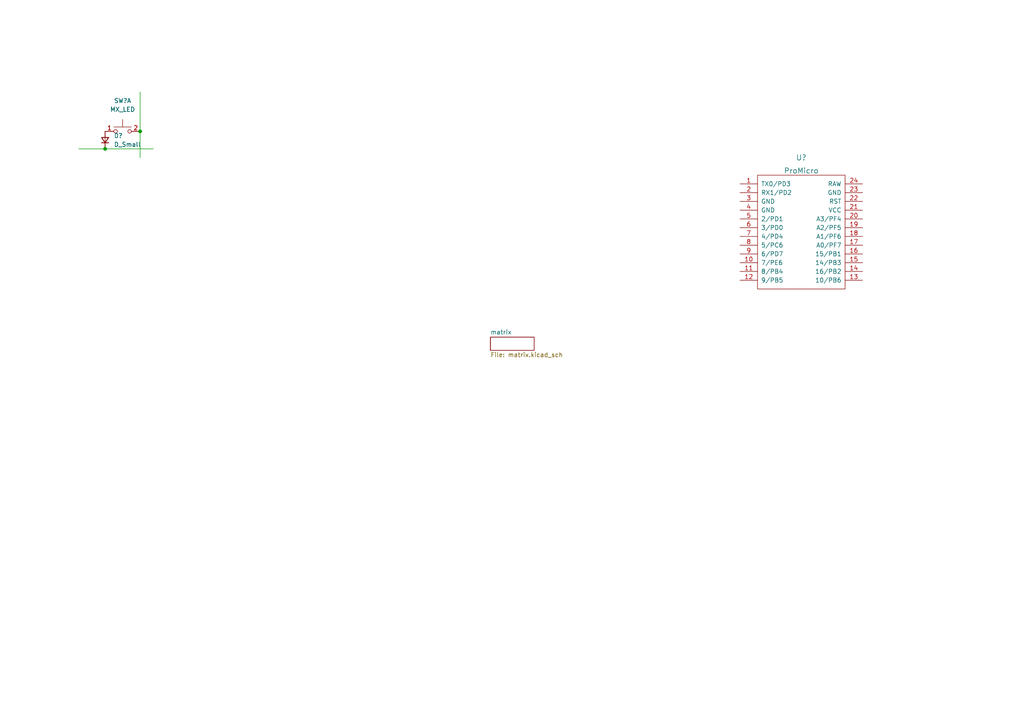
<source format=kicad_sch>
(kicad_sch (version 20211123) (generator eeschema)
  (paper "A4")
  (lib_symbols
    (symbol "Device:D_Small" (pin_numbers hide) (pin_names (offset 0.254) hide)
      (property "Reference" "D" (at -1.27 2.032 0))
      (property "Value" "D_Small" (at -3.81 -2.032 0))
      (symbol "D_Small_0_1"
        (polyline (pts (xy -0.762 -1.016) (xy -0.762 1.016)) (stroke (width 0.254)))
        (polyline (pts (xy -0.762 0) (xy 0.762 0)))
        (polyline (pts (xy 0.762 -1.016) (xy -0.762 0) (xy 0.762 1.016) (xy 0.762 -1.016)) (stroke (width 0.254)))
      )
      (symbol "D_Small_1_1"
        (pin passive line (at -2.54 0 0) (length 1.778) (name "K") (number "1"))
        (pin passive line (at 2.54 0 180) (length 1.778) (name "A") (number "2"))
      )
    )
    (symbol "keebio:MX_LED" (pin_names (offset 1.016) hide)
      (property "Reference" "SW" (at 1.651 2.413 0))
      (property "Value" "MX_LED" (at 0 -3.81 0))
      (symbol "MX_LED_1_1"
        (circle (center -2.032 0) (radius 0.508))
        (polyline (pts (xy -2.54 1.27) (xy 2.54 1.27)))
        (polyline (pts (xy 0 1.27) (xy 0 3.429)))
        (circle (center 2.032 0) (radius 0.508))
        (pin passive line (at -5.08 0 0) (length 2.54) (name "1") (number "1"))
        (pin passive line (at 5.08 0 180) (length 2.54) (name "2") (number "2"))
      )
      (symbol "MX_LED_2_1"
        (polyline (pts (xy 1.27 -1.27) (xy 1.27 1.27)) (stroke (width 0.2032)))
        (polyline (pts (xy 1.27 0) (xy -1.27 0)))
        (polyline (pts (xy -1.27 -1.27) (xy -1.27 1.27) (xy 1.27 0) (xy -1.27 -1.27)) (stroke (width 0.2032)))
        (polyline (pts (xy 1.778 -0.762) (xy 3.302 -2.286) (xy 2.54 -2.286) (xy 3.302 -2.286) (xy 3.302 -1.524)))
        (polyline (pts (xy 3.048 -0.762) (xy 4.572 -2.286) (xy 3.81 -2.286) (xy 4.572 -2.286) (xy 4.572 -1.524)))
        (pin passive line (at -3.81 0 0) (length 2.54) (name "3") (number "3"))
        (pin passive line (at 3.81 0 180) (length 2.54) (name "4") (number "4"))
      )
    )
    (symbol "keebio:ProMicro" (pin_names (offset 1.016))
      (property "Reference" "U" (at 0 0 0))
      (property "Value" "ProMicro" (at 0 -19.05 0))
      (symbol "ProMicro_0_1"
        (rectangle (start -12.7 -16.51) (end 12.7 16.51))
      )
      (symbol "ProMicro_1_1"
        (pin input line (at -17.78 13.97 0) (length 5.08) (name "TX0/PD3") (number "1"))
        (pin input line (at -17.78 -8.89 0) (length 5.08) (name "7/PE6") (number "10"))
        (pin input line (at -17.78 -11.43 0) (length 5.08) (name "8/PB4") (number "11"))
        (pin input line (at -17.78 -13.97 0) (length 5.08) (name "9/PB5") (number "12"))
        (pin input line (at 17.78 -13.97 180) (length 5.08) (name "10/PB6") (number "13"))
        (pin input line (at 17.78 -11.43 180) (length 5.08) (name "16/PB2") (number "14"))
        (pin input line (at 17.78 -8.89 180) (length 5.08) (name "14/PB3") (number "15"))
        (pin input line (at 17.78 -6.35 180) (length 5.08) (name "15/PB1") (number "16"))
        (pin input line (at 17.78 -3.81 180) (length 5.08) (name "A0/PF7") (number "17"))
        (pin input line (at 17.78 -1.27 180) (length 5.08) (name "A1/PF6") (number "18"))
        (pin input line (at 17.78 1.27 180) (length 5.08) (name "A2/PF5") (number "19"))
        (pin input line (at -17.78 11.43 0) (length 5.08) (name "RX1/PD2") (number "2"))
        (pin input line (at 17.78 3.81 180) (length 5.08) (name "A3/PF4") (number "20"))
        (pin input line (at 17.78 6.35 180) (length 5.08) (name "VCC") (number "21"))
        (pin input line (at 17.78 8.89 180) (length 5.08) (name "RST") (number "22"))
        (pin input line (at 17.78 11.43 180) (length 5.08) (name "GND") (number "23"))
        (pin input line (at 17.78 13.97 180) (length 5.08) (name "RAW") (number "24"))
        (pin input line (at -17.78 8.89 0) (length 5.08) (name "GND") (number "3"))
        (pin input line (at -17.78 6.35 0) (length 5.08) (name "GND") (number "4"))
        (pin input line (at -17.78 3.81 0) (length 5.08) (name "2/PD1") (number "5"))
        (pin input line (at -17.78 1.27 0) (length 5.08) (name "3/PD0") (number "6"))
        (pin input line (at -17.78 -1.27 0) (length 5.08) (name "4/PD4") (number "7"))
        (pin input line (at -17.78 -3.81 0) (length 5.08) (name "5/PC6") (number "8"))
        (pin input line (at -17.78 -6.35 0) (length 5.08) (name "6/PD7") (number "9"))
      )
    )
  )
  (junction (at 40.64 38.1))
  (junction (at 30.48 43.18))
  (wire (pts (xy 22.86 43.18) (xy 30.48 43.18)))
  (wire (pts (xy 30.48 43.18) (xy 44.45 43.18)))
  (wire (pts (xy 40.64 26.67) (xy 40.64 38.1)))
  (wire (pts (xy 40.64 38.1) (xy 40.64 45.72)))
  (symbol (lib_id "keebio:MX_LED") (at 35.56 38.1 0) (unit 1)
    (property "Reference" "SW?" (at 35.56 29.21 0))
    (property "Value" "MX_LED" (at 35.56 31.75 0))
  )
  (symbol (lib_id "Device:D_Small") (at 30.48 40.64 90) (unit 1)
    (property "Reference" "D?" (at 33.02 39.3699 90) (effects (justify right)))
    (property "Value" "D_Small" (at 33.02 41.9099 90) (effects (justify right)))
  )
  (symbol (lib_id "keebio:ProMicro") (at 232.41 67.31 0) (unit 1)
    (property "Reference" "U?" (at 232.41 45.72 0) (effects (font (size 1.524 1.524))))
    (property "Value" "ProMicro" (at 232.41 49.53 0) (effects (font (size 1.524 1.524))))
  )
  (sheet (at 142.24 97.79) (size 12.7 3.81) (stroke (width 0.1524))
    (property "Sheet name" "matrix" (at 142.24 97.0784 0) (effects (justify left bottom)))
    (property "Sheet file" "matrix.kicad_sch" (at 142.24 102.1846 0) (effects (justify left top)))
  )
)
</source>
